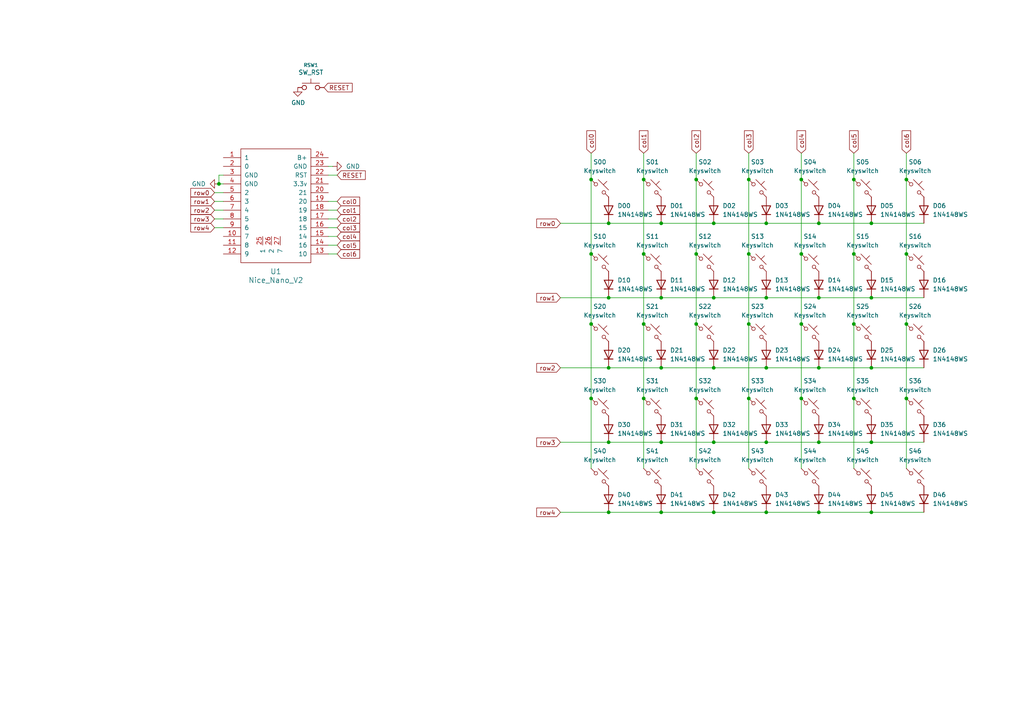
<source format=kicad_sch>
(kicad_sch (version 20231120) (generator "eeschema") (generator_version "8.0")
  (paper "A4")
  (lib_symbols
    (symbol "Diode:1N4148WS" (pin_numbers hide) (pin_names hide)
      (property "Reference" "D" (at 0 2.54 0))
      (property "Value" "1N4148WS" (at 0 -2.54 0))
      (symbol "1N4148WS_0_1"
        (polyline (pts (xy -1.27 1.27) (xy -1.27 -1.27)) (stroke (width 0.254)))
        (polyline (pts (xy 1.27 0) (xy -1.27 0)))
        (polyline (pts (xy 1.27 1.27) (xy 1.27 -1.27) (xy -1.27 0) (xy 1.27 1.27)) (stroke (width 0.254)))
      )
      (symbol "1N4148WS_1_1"
        (pin passive line (at -3.81 0 0) (length 2.54) (name "K") (number "1"))
        (pin passive line (at 3.81 0 180) (length 2.54) (name "A") (number "2"))
      )
    )
    (symbol "Lily58_Pro-rescue:GND-Lily58-cache" (power) (pin_names (offset 0))
      (property "Value" "Lily58-cache:GND" (at 0 -3.81 0))
      (symbol "GND-Lily58-cache_1_1"
        (polyline (pts (xy 0 0) (xy 0 -1.27) (xy 1.27 -1.27) (xy 0 -2.54) (xy -1.27 -1.27) (xy 0 -1.27)))
        (pin power_in line (at 0 0 0) (length 0) hide (name "GND") (number "1"))
      )
    )
    (symbol "Lily58_Pro-rescue:SW_RST-Lily58-cache" (pin_numbers hide) (pin_names (offset 1.016) hide)
      (property "Reference" "RSW" (at 2.54 2.54 0))
      (property "Value" "Lily58-cache:SW_RST" (at 0 -2.54 0))
      (symbol "SW_RST-Lily58-cache_0_1"
        (polyline (pts (xy -2.54 1.27) (xy 2.54 1.27)))
        (polyline (pts (xy 0 2.54) (xy 0 1.27)))
        (pin passive inverted (at -3.81 0 0) (length 2.54) (name "1") (number "1"))
        (pin passive inverted (at 3.81 0 180) (length 2.54) (name "2") (number "2"))
      )
    )
    (symbol "ScottoKeebs:MCU_Nice_Nano_V2" (pin_names (offset 1.016))
      (property "Reference" "U" (at 0 0 0))
      (property "Value" "Nice_Nano_V2" (at 0 -19.05 0))
      (symbol "MCU_Nice_Nano_V2_0_1"
        (rectangle (start -10.16 16.51) (end 10.16 -16.51))
      )
      (symbol "MCU_Nice_Nano_V2_1_1"
        (pin input line (at -15.24 13.97 0) (length 5.08) (name "1") (number "1"))
        (pin input line (at -15.24 -8.89 0) (length 5.08) (name "7") (number "10"))
        (pin input line (at -15.24 -11.43 0) (length 5.08) (name "8") (number "11"))
        (pin input line (at -15.24 -13.97 0) (length 5.08) (name "9") (number "12"))
        (pin input line (at 15.24 -13.97 180) (length 5.08) (name "10") (number "13"))
        (pin input line (at 15.24 -11.43 180) (length 5.08) (name "16") (number "14"))
        (pin input line (at 15.24 -8.89 180) (length 5.08) (name "14") (number "15"))
        (pin input line (at 15.24 -6.35 180) (length 5.08) (name "15") (number "16"))
        (pin input line (at 15.24 -3.81 180) (length 5.08) (name "18") (number "17"))
        (pin input line (at 15.24 -1.27 180) (length 5.08) (name "19") (number "18"))
        (pin input line (at 15.24 1.27 180) (length 5.08) (name "20") (number "19"))
        (pin input line (at -15.24 11.43 0) (length 5.08) (name "0") (number "2"))
        (pin input line (at 15.24 3.81 180) (length 5.08) (name "21") (number "20"))
        (pin input line (at 15.24 6.35 180) (length 5.08) (name "3.3v") (number "21"))
        (pin input line (at 15.24 8.89 180) (length 5.08) (name "RST") (number "22"))
        (pin input line (at 15.24 11.43 180) (length 5.08) (name "GND") (number "23"))
        (pin input line (at 15.24 13.97 180) (length 5.08) (name "B+") (number "24"))
        (pin input line (at -3.81 -8.89 270) (length 2.5) (name "1") (number "25"))
        (pin input line (at -1.27 -8.89 270) (length 2.5) (name "2") (number "26"))
        (pin input line (at 1.27 -8.89 270) (length 2.5) (name "7") (number "27"))
        (pin input line (at -15.24 8.89 0) (length 5.08) (name "GND") (number "3"))
        (pin input line (at -15.24 6.35 0) (length 5.08) (name "GND") (number "4"))
        (pin input line (at -15.24 3.81 0) (length 5.08) (name "2") (number "5"))
        (pin input line (at -15.24 1.27 0) (length 5.08) (name "3") (number "6"))
        (pin input line (at -15.24 -1.27 0) (length 5.08) (name "4") (number "7"))
        (pin input line (at -15.24 -3.81 0) (length 5.08) (name "5") (number "8"))
        (pin input line (at -15.24 -6.35 0) (length 5.08) (name "6") (number "9"))
      )
    )
    (symbol "ScottoKeebs:Placeholder_Keyswitch" (pin_numbers hide) (pin_names (offset 1.016) hide)
      (property "Reference" "S" (at 3.048 1.016 0))
      (property "Value" "Keyswitch" (at 0 -3.81 0))
      (symbol "Placeholder_Keyswitch_0_1"
        (circle (center -1.1684 1.1684) (radius 0.508))
        (polyline (pts (xy -0.508 2.54) (xy 2.54 -0.508)))
        (polyline (pts (xy 1.016 1.016) (xy 2.032 2.032)))
        (polyline (pts (xy -2.54 2.54) (xy -1.524 1.524) (xy -1.524 1.524)))
        (polyline (pts (xy 1.524 -1.524) (xy 2.54 -2.54) (xy 2.54 -2.54) (xy 2.54 -2.54)))
        (circle (center 1.143 -1.1938) (radius 0.508))
        (pin passive line (at -2.54 2.54 0) (length 0) (name "1") (number "1"))
        (pin passive line (at 2.54 -2.54 180) (length 0) (name "2") (number "2"))
      )
    )
    (symbol "power:GND1" (power) (pin_numbers hide) (pin_names (offset 0) hide)
      (property "Value" "GND1" (at 0 -3.81 0))
      (symbol "GND1_0_1"
        (polyline (pts (xy 0 0) (xy 0 -1.27) (xy 1.27 -1.27) (xy 0 -2.54) (xy -1.27 -1.27) (xy 0 -1.27)))
      )
      (symbol "GND1_1_1"
        (pin power_in line (at 0 0 270) (length 0) (name "~") (number "1"))
      )
    )
  )
  (junction (at 222.25 128.27))
  (junction (at 176.53 106.68))
  (junction (at 232.41 115.57))
  (junction (at 262.89 73.66))
  (junction (at 207.01 86.36))
  (junction (at 222.25 86.36))
  (junction (at 232.41 93.98))
  (junction (at 247.65 115.57))
  (junction (at 191.77 64.77))
  (junction (at 252.73 128.27))
  (junction (at 191.77 148.59))
  (junction (at 237.49 106.68))
  (junction (at 232.41 73.66))
  (junction (at 247.65 93.98))
  (junction (at 247.65 73.66))
  (junction (at 176.53 64.77))
  (junction (at 171.45 93.98))
  (junction (at 222.25 148.59))
  (junction (at 171.45 73.66))
  (junction (at 191.77 128.27))
  (junction (at 232.41 52.07))
  (junction (at 207.01 148.59))
  (junction (at 176.53 86.36))
  (junction (at 191.77 86.36))
  (junction (at 217.17 93.98))
  (junction (at 176.53 148.59))
  (junction (at 207.01 128.27))
  (junction (at 237.49 64.77))
  (junction (at 217.17 115.57))
  (junction (at 186.69 73.66))
  (junction (at 262.89 52.07))
  (junction (at 201.93 73.66))
  (junction (at 237.49 86.36))
  (junction (at 247.65 52.07))
  (junction (at 207.01 64.77))
  (junction (at 63.5 53.34))
  (junction (at 222.25 64.77))
  (junction (at 176.53 128.27))
  (junction (at 171.45 115.57))
  (junction (at 252.73 148.59))
  (junction (at 252.73 86.36))
  (junction (at 222.25 106.68))
  (junction (at 217.17 52.07))
  (junction (at 201.93 52.07))
  (junction (at 252.73 106.68))
  (junction (at 252.73 64.77))
  (junction (at 171.45 52.07))
  (junction (at 237.49 148.59))
  (junction (at 217.17 73.66))
  (junction (at 191.77 106.68))
  (junction (at 237.49 128.27))
  (junction (at 186.69 115.57))
  (junction (at 262.89 115.57))
  (junction (at 207.01 106.68))
  (junction (at 262.89 93.98))
  (junction (at 201.93 115.57))
  (junction (at 186.69 93.98))
  (junction (at 186.69 52.07))
  (junction (at 201.93 93.98))
  (wire (pts (xy 247.65 52.07) (xy 247.65 73.66)))
  (wire (pts (xy 262.89 73.66) (xy 262.89 93.98)))
  (wire (pts (xy 252.73 148.59) (xy 267.97 148.59)))
  (wire (pts (xy 97.79 63.5) (xy 95.25 63.5)))
  (wire (pts (xy 247.65 73.66) (xy 247.65 93.98)))
  (wire (pts (xy 186.69 52.07) (xy 186.69 73.66)))
  (wire (pts (xy 62.23 63.5) (xy 64.77 63.5)))
  (wire (pts (xy 252.73 128.27) (xy 267.97 128.27)))
  (wire (pts (xy 207.01 128.27) (xy 222.25 128.27)))
  (wire (pts (xy 232.41 44.45) (xy 232.41 52.07)))
  (wire (pts (xy 222.25 128.27) (xy 237.49 128.27)))
  (wire (pts (xy 201.93 52.07) (xy 201.93 73.66)))
  (wire (pts (xy 171.45 93.98) (xy 171.45 115.57)))
  (wire (pts (xy 191.77 106.68) (xy 207.01 106.68)))
  (wire (pts (xy 217.17 93.98) (xy 217.17 115.57)))
  (wire (pts (xy 171.45 115.57) (xy 171.45 135.89)))
  (wire (pts (xy 247.65 44.45) (xy 247.65 52.07)))
  (wire (pts (xy 186.69 115.57) (xy 186.69 135.89)))
  (wire (pts (xy 201.93 115.57) (xy 201.93 135.89)))
  (wire (pts (xy 232.41 52.07) (xy 232.41 73.66)))
  (wire (pts (xy 232.41 115.57) (xy 232.41 135.89)))
  (wire (pts (xy 162.56 86.36) (xy 176.53 86.36)))
  (wire (pts (xy 63.5 50.8) (xy 64.77 50.8)))
  (wire (pts (xy 262.89 52.07) (xy 262.89 73.66)))
  (wire (pts (xy 171.45 52.07) (xy 171.45 73.66)))
  (wire (pts (xy 62.23 66.04) (xy 64.77 66.04)))
  (wire (pts (xy 222.25 64.77) (xy 237.49 64.77)))
  (wire (pts (xy 96.52 48.26) (xy 95.25 48.26)))
  (wire (pts (xy 201.93 93.98) (xy 201.93 115.57)))
  (wire (pts (xy 207.01 148.59) (xy 222.25 148.59)))
  (wire (pts (xy 171.45 44.45) (xy 171.45 52.07)))
  (wire (pts (xy 62.23 58.42) (xy 64.77 58.42)))
  (wire (pts (xy 262.89 93.98) (xy 262.89 115.57)))
  (wire (pts (xy 97.79 66.04) (xy 95.25 66.04)))
  (wire (pts (xy 262.89 115.57) (xy 262.89 135.89)))
  (wire (pts (xy 252.73 86.36) (xy 267.97 86.36)))
  (wire (pts (xy 252.73 106.68) (xy 267.97 106.68)))
  (wire (pts (xy 232.41 73.66) (xy 232.41 93.98)))
  (wire (pts (xy 186.69 93.98) (xy 186.69 115.57)))
  (wire (pts (xy 222.25 86.36) (xy 237.49 86.36)))
  (wire (pts (xy 201.93 44.45) (xy 201.93 52.07)))
  (wire (pts (xy 97.79 60.96) (xy 95.25 60.96)))
  (wire (pts (xy 63.5 53.34) (xy 64.77 53.34)))
  (wire (pts (xy 176.53 106.68) (xy 191.77 106.68)))
  (wire (pts (xy 232.41 93.98) (xy 232.41 115.57)))
  (wire (pts (xy 222.25 148.59) (xy 237.49 148.59)))
  (wire (pts (xy 262.89 44.45) (xy 262.89 52.07)))
  (wire (pts (xy 222.25 106.68) (xy 237.49 106.68)))
  (wire (pts (xy 191.77 64.77) (xy 207.01 64.77)))
  (wire (pts (xy 62.23 60.96) (xy 64.77 60.96)))
  (wire (pts (xy 191.77 128.27) (xy 207.01 128.27)))
  (wire (pts (xy 176.53 128.27) (xy 191.77 128.27)))
  (wire (pts (xy 162.56 148.59) (xy 176.53 148.59)))
  (wire (pts (xy 162.56 64.77) (xy 176.53 64.77)))
  (wire (pts (xy 63.5 50.8) (xy 63.5 53.34)))
  (wire (pts (xy 237.49 128.27) (xy 252.73 128.27)))
  (wire (pts (xy 207.01 64.77) (xy 222.25 64.77)))
  (wire (pts (xy 171.45 73.66) (xy 171.45 93.98)))
  (wire (pts (xy 97.79 68.58) (xy 95.25 68.58)))
  (wire (pts (xy 162.56 128.27) (xy 176.53 128.27)))
  (wire (pts (xy 207.01 86.36) (xy 222.25 86.36)))
  (wire (pts (xy 176.53 86.36) (xy 191.77 86.36)))
  (wire (pts (xy 191.77 86.36) (xy 207.01 86.36)))
  (wire (pts (xy 186.69 44.45) (xy 186.69 52.07)))
  (wire (pts (xy 62.23 55.88) (xy 64.77 55.88)))
  (wire (pts (xy 201.93 73.66) (xy 201.93 93.98)))
  (wire (pts (xy 252.73 64.77) (xy 267.97 64.77)))
  (wire (pts (xy 217.17 115.57) (xy 217.17 135.89)))
  (wire (pts (xy 186.69 73.66) (xy 186.69 93.98)))
  (wire (pts (xy 217.17 52.07) (xy 217.17 73.66)))
  (wire (pts (xy 217.17 73.66) (xy 217.17 93.98)))
  (wire (pts (xy 176.53 64.77) (xy 191.77 64.77)))
  (wire (pts (xy 237.49 86.36) (xy 252.73 86.36)))
  (wire (pts (xy 237.49 106.68) (xy 252.73 106.68)))
  (wire (pts (xy 97.79 50.8) (xy 95.25 50.8)))
  (wire (pts (xy 191.77 148.59) (xy 207.01 148.59)))
  (wire (pts (xy 247.65 115.57) (xy 247.65 135.89)))
  (wire (pts (xy 97.79 73.66) (xy 95.25 73.66)))
  (wire (pts (xy 97.79 71.12) (xy 95.25 71.12)))
  (wire (pts (xy 237.49 64.77) (xy 252.73 64.77)))
  (wire (pts (xy 217.17 44.45) (xy 217.17 52.07)))
  (wire (pts (xy 207.01 106.68) (xy 222.25 106.68)))
  (wire (pts (xy 237.49 148.59) (xy 252.73 148.59)))
  (wire (pts (xy 97.79 58.42) (xy 95.25 58.42)))
  (wire (pts (xy 162.56 106.68) (xy 176.53 106.68)))
  (wire (pts (xy 176.53 148.59) (xy 191.77 148.59)))
  (wire (pts (xy 247.65 93.98) (xy 247.65 115.57)))
  (global_label "col4" (shape input) (at 97.79 68.58 0) (property "Intersheetrefs" "${INTERSHEET_REFS}" (effects (hide yes))))
  (global_label "col2" (shape input) (at 201.93 44.45 90) (property "Intersheetrefs" "${INTERSHEET_REFS}" (effects (hide yes))))
  (global_label "col5" (shape input) (at 247.65 44.45 90) (property "Intersheetrefs" "${INTERSHEET_REFS}" (effects (hide yes))))
  (global_label "row4" (shape input) (at 62.23 66.04 180) (property "Intersheetrefs" "${INTERSHEET_REFS}" (effects (hide yes))))
  (global_label "col3" (shape input) (at 97.79 66.04 0) (property "Intersheetrefs" "${INTERSHEET_REFS}" (effects (hide yes))))
  (global_label "col2" (shape input) (at 97.79 63.5 0) (property "Intersheetrefs" "${INTERSHEET_REFS}" (effects (hide yes))))
  (global_label "col1" (shape input) (at 97.79 60.96 0) (property "Intersheetrefs" "${INTERSHEET_REFS}" (effects (hide yes))))
  (global_label "row1" (shape input) (at 162.56 86.36 180) (property "Intersheetrefs" "${INTERSHEET_REFS}" (effects (hide yes))))
  (global_label "col0" (shape input) (at 171.45 44.45 90) (property "Intersheetrefs" "${INTERSHEET_REFS}" (effects (hide yes))))
  (global_label "row0" (shape input) (at 62.23 55.88 180) (property "Intersheetrefs" "${INTERSHEET_REFS}" (effects (hide yes))))
  (global_label "col1" (shape input) (at 186.69 44.45 90) (property "Intersheetrefs" "${INTERSHEET_REFS}" (effects (hide yes))))
  (global_label "col6" (shape input) (at 262.89 44.45 90) (property "Intersheetrefs" "${INTERSHEET_REFS}" (effects (hide yes))))
  (global_label "row4" (shape input) (at 162.56 148.59 180) (property "Intersheetrefs" "${INTERSHEET_REFS}" (effects (hide yes))))
  (global_label "col6" (shape input) (at 97.79 73.66 0) (property "Intersheetrefs" "${INTERSHEET_REFS}" (effects (hide yes))))
  (global_label "row3" (shape input) (at 62.23 63.5 180) (property "Intersheetrefs" "${INTERSHEET_REFS}" (effects (hide yes))))
  (global_label "row3" (shape input) (at 162.56 128.27 180) (property "Intersheetrefs" "${INTERSHEET_REFS}" (effects (hide yes))))
  (global_label "row2" (shape input) (at 162.56 106.68 180) (property "Intersheetrefs" "${INTERSHEET_REFS}" (effects (hide yes))))
  (global_label "row0" (shape input) (at 162.56 64.77 180) (property "Intersheetrefs" "${INTERSHEET_REFS}" (effects (hide yes))))
  (global_label "RESET" (shape input) (at 93.98 25.4 0) (property "Intersheetrefs" "${INTERSHEET_REFS}" (effects (hide yes))))
  (global_label "row2" (shape input) (at 62.23 60.96 180) (property "Intersheetrefs" "${INTERSHEET_REFS}" (effects (hide yes))))
  (global_label "col3" (shape input) (at 217.17 44.45 90) (property "Intersheetrefs" "${INTERSHEET_REFS}" (effects (hide yes))))
  (global_label "col4" (shape input) (at 232.41 44.45 90) (property "Intersheetrefs" "${INTERSHEET_REFS}" (effects (hide yes))))
  (global_label "col0" (shape input) (at 97.79 58.42 0) (property "Intersheetrefs" "${INTERSHEET_REFS}" (effects (hide yes))))
  (global_label "col5" (shape input) (at 97.79 71.12 0) (property "Intersheetrefs" "${INTERSHEET_REFS}" (effects (hide yes))))
  (global_label "row1" (shape input) (at 62.23 58.42 180) (property "Intersheetrefs" "${INTERSHEET_REFS}" (effects (hide yes))))
  (global_label "RESET" (shape input) (at 97.79 50.8 0) (property "Intersheetrefs" "${INTERSHEET_REFS}" (effects (hide yes))))
  (symbol (lib_id "Diode:1N4148WS") (at 237.49 60.96 90) (unit 1)
    (property "Reference" "D04" (at 240.03 59.6899 90) (effects (justify right)))
    (property "Value" "1N4148WS" (at 240.03 62.2299 90) (effects (justify right)))
    (property "Footprint" "Diode_SMD:D_SOD-323" (effects (hide yes)))
    (property "Datasheet" "https://www.vishay.com/docs/85751/1n4148ws.pdf" (effects (hide yes)))
    (property "Description" "75V 0.15A Fast switching Diode, SOD-323" (effects (hide yes)))
    (property "Sim.Device" "D" (effects (hide yes)))
    (property "Sim.Pins" "1=K 2=A" (effects (hide yes)))
  )
  (symbol (lib_id "ScottoKeebs:Placeholder_Keyswitch") (at 250.19 54.61 0) (unit 1)
    (property "Reference" "S05" (at 250.19 46.99 0))
    (property "Value" "Keyswitch" (at 250.19 49.53 0))
    (property "Description" "Push button switch, normally open, two pins, 45° tilted" (effects (hide yes)))
  )
  (symbol (lib_id "ScottoKeebs:Placeholder_Keyswitch") (at 204.47 118.11 0) (unit 1)
    (property "Reference" "S32" (at 204.47 110.49 0))
    (property "Value" "Keyswitch" (at 204.47 113.03 0))
    (property "Description" "Push button switch, normally open, two pins, 45° tilted" (effects (hide yes)))
  )
  (symbol (lib_id "Diode:1N4148WS") (at 237.49 144.78 90) (unit 1)
    (property "Reference" "D44" (at 240.03 143.5099 90) (effects (justify right)))
    (property "Value" "1N4148WS" (at 240.03 146.0499 90) (effects (justify right)))
    (property "Footprint" "Diode_SMD:D_SOD-323" (effects (hide yes)))
    (property "Datasheet" "https://www.vishay.com/docs/85751/1n4148ws.pdf" (effects (hide yes)))
    (property "Description" "75V 0.15A Fast switching Diode, SOD-323" (effects (hide yes)))
    (property "Sim.Device" "D" (effects (hide yes)))
    (property "Sim.Pins" "1=K 2=A" (effects (hide yes)))
  )
  (symbol (lib_id "Diode:1N4148WS") (at 176.53 82.55 90) (unit 1)
    (property "Reference" "D10" (at 179.07 81.2799 90) (effects (justify right)))
    (property "Value" "1N4148WS" (at 179.07 83.8199 90) (effects (justify right)))
    (property "Footprint" "Diode_SMD:D_SOD-323" (effects (hide yes)))
    (property "Datasheet" "https://www.vishay.com/docs/85751/1n4148ws.pdf" (effects (hide yes)))
    (property "Description" "75V 0.15A Fast switching Diode, SOD-323" (effects (hide yes)))
    (property "Sim.Device" "D" (effects (hide yes)))
    (property "Sim.Pins" "1=K 2=A" (effects (hide yes)))
  )
  (symbol (lib_id "ScottoKeebs:Placeholder_Keyswitch") (at 173.99 118.11 0) (unit 1)
    (property "Reference" "S30" (at 173.99 110.49 0))
    (property "Value" "Keyswitch" (at 173.99 113.03 0))
    (property "Description" "Push button switch, normally open, two pins, 45° tilted" (effects (hide yes)))
  )
  (symbol (lib_id "Diode:1N4148WS") (at 267.97 82.55 90) (unit 1)
    (property "Reference" "D16" (at 270.51 81.2799 90) (effects (justify right)))
    (property "Value" "1N4148WS" (at 270.51 83.8199 90) (effects (justify right)))
    (property "Footprint" "Diode_SMD:D_SOD-323" (effects (hide yes)))
    (property "Datasheet" "https://www.vishay.com/docs/85751/1n4148ws.pdf" (effects (hide yes)))
    (property "Description" "75V 0.15A Fast switching Diode, SOD-323" (effects (hide yes)))
    (property "Sim.Device" "D" (effects (hide yes)))
    (property "Sim.Pins" "1=K 2=A" (effects (hide yes)))
  )
  (symbol (lib_id "Diode:1N4148WS") (at 237.49 102.87 90) (unit 1)
    (property "Reference" "D24" (at 240.03 101.5999 90) (effects (justify right)))
    (property "Value" "1N4148WS" (at 240.03 104.1399 90) (effects (justify right)))
    (property "Footprint" "Diode_SMD:D_SOD-323" (effects (hide yes)))
    (property "Datasheet" "https://www.vishay.com/docs/85751/1n4148ws.pdf" (effects (hide yes)))
    (property "Description" "75V 0.15A Fast switching Diode, SOD-323" (effects (hide yes)))
    (property "Sim.Device" "D" (effects (hide yes)))
    (property "Sim.Pins" "1=K 2=A" (effects (hide yes)))
  )
  (symbol (lib_id "ScottoKeebs:Placeholder_Keyswitch") (at 234.95 96.52 0) (unit 1)
    (property "Reference" "S24" (at 234.95 88.9 0))
    (property "Value" "Keyswitch" (at 234.95 91.44 0))
    (property "Description" "Push button switch, normally open, two pins, 45° tilted" (effects (hide yes)))
  )
  (symbol (lib_id "Diode:1N4148WS") (at 252.73 60.96 90) (unit 1)
    (property "Reference" "D05" (at 255.27 59.6899 90) (effects (justify right)))
    (property "Value" "1N4148WS" (at 255.27 62.2299 90) (effects (justify right)))
    (property "Footprint" "Diode_SMD:D_SOD-323" (effects (hide yes)))
    (property "Datasheet" "https://www.vishay.com/docs/85751/1n4148ws.pdf" (effects (hide yes)))
    (property "Description" "75V 0.15A Fast switching Diode, SOD-323" (effects (hide yes)))
    (property "Sim.Device" "D" (effects (hide yes)))
    (property "Sim.Pins" "1=K 2=A" (effects (hide yes)))
  )
  (symbol (lib_id "ScottoKeebs:Placeholder_Keyswitch") (at 219.71 138.43 0) (unit 1)
    (property "Reference" "S43" (at 219.71 130.81 0))
    (property "Value" "Keyswitch" (at 219.71 133.35 0))
    (property "Description" "Push button switch, normally open, two pins, 45° tilted" (effects (hide yes)))
  )
  (symbol (lib_id "ScottoKeebs:Placeholder_Keyswitch") (at 204.47 76.2 0) (unit 1)
    (property "Reference" "S12" (at 204.47 68.58 0))
    (property "Value" "Keyswitch" (at 204.47 71.12 0))
    (property "Description" "Push button switch, normally open, two pins, 45° tilted" (effects (hide yes)))
  )
  (symbol (lib_id "Diode:1N4148WS") (at 207.01 144.78 90) (unit 1)
    (property "Reference" "D42" (at 209.55 143.5099 90) (effects (justify right)))
    (property "Value" "1N4148WS" (at 209.55 146.0499 90) (effects (justify right)))
    (property "Footprint" "Diode_SMD:D_SOD-323" (effects (hide yes)))
    (property "Datasheet" "https://www.vishay.com/docs/85751/1n4148ws.pdf" (effects (hide yes)))
    (property "Description" "75V 0.15A Fast switching Diode, SOD-323" (effects (hide yes)))
    (property "Sim.Device" "D" (effects (hide yes)))
    (property "Sim.Pins" "1=K 2=A" (effects (hide yes)))
  )
  (symbol (lib_id "power:GND1") (at 63.5 53.34 270) (unit 1)
    (property "Reference" "#PWR03" (effects (hide yes)))
    (property "Value" "GND" (at 59.69 53.3399 90) (effects (justify right)))
    (property "Description" "Power symbol creates a global label with name \"GND1\" , ground" (effects (hide yes)))
  )
  (symbol (lib_id "Diode:1N4148WS") (at 207.01 82.55 90) (unit 1)
    (property "Reference" "D12" (at 209.55 81.2799 90) (effects (justify right)))
    (property "Value" "1N4148WS" (at 209.55 83.8199 90) (effects (justify right)))
    (property "Footprint" "Diode_SMD:D_SOD-323" (effects (hide yes)))
    (property "Datasheet" "https://www.vishay.com/docs/85751/1n4148ws.pdf" (effects (hide yes)))
    (property "Description" "75V 0.15A Fast switching Diode, SOD-323" (effects (hide yes)))
    (property "Sim.Device" "D" (effects (hide yes)))
    (property "Sim.Pins" "1=K 2=A" (effects (hide yes)))
  )
  (symbol (lib_id "ScottoKeebs:Placeholder_Keyswitch") (at 189.23 118.11 0) (unit 1)
    (property "Reference" "S31" (at 189.23 110.49 0))
    (property "Value" "Keyswitch" (at 189.23 113.03 0))
    (property "Description" "Push button switch, normally open, two pins, 45° tilted" (effects (hide yes)))
  )
  (symbol (lib_id "Diode:1N4148WS") (at 222.25 82.55 90) (unit 1)
    (property "Reference" "D13" (at 224.79 81.2799 90) (effects (justify right)))
    (property "Value" "1N4148WS" (at 224.79 83.8199 90) (effects (justify right)))
    (property "Footprint" "Diode_SMD:D_SOD-323" (effects (hide yes)))
    (property "Datasheet" "https://www.vishay.com/docs/85751/1n4148ws.pdf" (effects (hide yes)))
    (property "Description" "75V 0.15A Fast switching Diode, SOD-323" (effects (hide yes)))
    (property "Sim.Device" "D" (effects (hide yes)))
    (property "Sim.Pins" "1=K 2=A" (effects (hide yes)))
  )
  (symbol (lib_id "ScottoKeebs:Placeholder_Keyswitch") (at 189.23 76.2 0) (unit 1)
    (property "Reference" "S11" (at 189.23 68.58 0))
    (property "Value" "Keyswitch" (at 189.23 71.12 0))
    (property "Description" "Push button switch, normally open, two pins, 45° tilted" (effects (hide yes)))
  )
  (symbol (lib_id "Diode:1N4148WS") (at 222.25 144.78 90) (unit 1)
    (property "Reference" "D43" (at 224.79 143.5099 90) (effects (justify right)))
    (property "Value" "1N4148WS" (at 224.79 146.0499 90) (effects (justify right)))
    (property "Footprint" "Diode_SMD:D_SOD-323" (effects (hide yes)))
    (property "Datasheet" "https://www.vishay.com/docs/85751/1n4148ws.pdf" (effects (hide yes)))
    (property "Description" "75V 0.15A Fast switching Diode, SOD-323" (effects (hide yes)))
    (property "Sim.Device" "D" (effects (hide yes)))
    (property "Sim.Pins" "1=K 2=A" (effects (hide yes)))
  )
  (symbol (lib_id "Diode:1N4148WS") (at 222.25 102.87 90) (unit 1)
    (property "Reference" "D23" (at 224.79 101.5999 90) (effects (justify right)))
    (property "Value" "1N4148WS" (at 224.79 104.1399 90) (effects (justify right)))
    (property "Footprint" "Diode_SMD:D_SOD-323" (effects (hide yes)))
    (property "Datasheet" "https://www.vishay.com/docs/85751/1n4148ws.pdf" (effects (hide yes)))
    (property "Description" "75V 0.15A Fast switching Diode, SOD-323" (effects (hide yes)))
    (property "Sim.Device" "D" (effects (hide yes)))
    (property "Sim.Pins" "1=K 2=A" (effects (hide yes)))
  )
  (symbol (lib_id "Diode:1N4148WS") (at 252.73 82.55 90) (unit 1)
    (property "Reference" "D15" (at 255.27 81.2799 90) (effects (justify right)))
    (property "Value" "1N4148WS" (at 255.27 83.8199 90) (effects (justify right)))
    (property "Footprint" "Diode_SMD:D_SOD-323" (effects (hide yes)))
    (property "Datasheet" "https://www.vishay.com/docs/85751/1n4148ws.pdf" (effects (hide yes)))
    (property "Description" "75V 0.15A Fast switching Diode, SOD-323" (effects (hide yes)))
    (property "Sim.Device" "D" (effects (hide yes)))
    (property "Sim.Pins" "1=K 2=A" (effects (hide yes)))
  )
  (symbol (lib_id "ScottoKeebs:Placeholder_Keyswitch") (at 265.43 138.43 0) (unit 1)
    (property "Reference" "S46" (at 265.43 130.81 0))
    (property "Value" "Keyswitch" (at 265.43 133.35 0))
    (property "Description" "Push button switch, normally open, two pins, 45° tilted" (effects (hide yes)))
  )
  (symbol (lib_id "ScottoKeebs:Placeholder_Keyswitch") (at 204.47 96.52 0) (unit 1)
    (property "Reference" "S22" (at 204.47 88.9 0))
    (property "Value" "Keyswitch" (at 204.47 91.44 0))
    (property "Description" "Push button switch, normally open, two pins, 45° tilted" (effects (hide yes)))
  )
  (symbol (lib_id "Lily58_Pro-rescue:GND-Lily58-cache") (at 86.36 25.4 0) (unit 1)
    (property "Reference" "#PWR04" (effects (hide yes)))
    (property "Value" "GND" (at 86.487 29.7942 0))
  )
  (symbol (lib_id "ScottoKeebs:Placeholder_Keyswitch") (at 189.23 138.43 0) (unit 1)
    (property "Reference" "S41" (at 189.23 130.81 0))
    (property "Value" "Keyswitch" (at 189.23 133.35 0))
    (property "Description" "Push button switch, normally open, two pins, 45° tilted" (effects (hide yes)))
  )
  (symbol (lib_id "ScottoKeebs:Placeholder_Keyswitch") (at 234.95 76.2 0) (unit 1)
    (property "Reference" "S14" (at 234.95 68.58 0))
    (property "Value" "Keyswitch" (at 234.95 71.12 0))
    (property "Description" "Push button switch, normally open, two pins, 45° tilted" (effects (hide yes)))
  )
  (symbol (lib_id "ScottoKeebs:Placeholder_Keyswitch") (at 250.19 118.11 0) (unit 1)
    (property "Reference" "S35" (at 250.19 110.49 0))
    (property "Value" "Keyswitch" (at 250.19 113.03 0))
    (property "Description" "Push button switch, normally open, two pins, 45° tilted" (effects (hide yes)))
  )
  (symbol (lib_id "ScottoKeebs:Placeholder_Keyswitch") (at 250.19 138.43 0) (unit 1)
    (property "Reference" "S45" (at 250.19 130.81 0))
    (property "Value" "Keyswitch" (at 250.19 133.35 0))
    (property "Description" "Push button switch, normally open, two pins, 45° tilted" (effects (hide yes)))
  )
  (symbol (lib_id "ScottoKeebs:Placeholder_Keyswitch") (at 219.71 118.11 0) (unit 1)
    (property "Reference" "S33" (at 219.71 110.49 0))
    (property "Value" "Keyswitch" (at 219.71 113.03 0))
    (property "Description" "Push button switch, normally open, two pins, 45° tilted" (effects (hide yes)))
  )
  (symbol (lib_id "Diode:1N4148WS") (at 267.97 60.96 90) (unit 1)
    (property "Reference" "D06" (at 270.51 59.6899 90) (effects (justify right)))
    (property "Value" "1N4148WS" (at 270.51 62.2299 90) (effects (justify right)))
    (property "Footprint" "Diode_SMD:D_SOD-323" (effects (hide yes)))
    (property "Datasheet" "https://www.vishay.com/docs/85751/1n4148ws.pdf" (effects (hide yes)))
    (property "Description" "75V 0.15A Fast switching Diode, SOD-323" (effects (hide yes)))
    (property "Sim.Device" "D" (effects (hide yes)))
    (property "Sim.Pins" "1=K 2=A" (effects (hide yes)))
  )
  (symbol (lib_id "ScottoKeebs:Placeholder_Keyswitch") (at 173.99 138.43 0) (unit 1)
    (property "Reference" "S40" (at 173.99 130.81 0))
    (property "Value" "Keyswitch" (at 173.99 133.35 0))
    (property "Description" "Push button switch, normally open, two pins, 45° tilted" (effects (hide yes)))
  )
  (symbol (lib_id "Diode:1N4148WS") (at 207.01 102.87 90) (unit 1)
    (property "Reference" "D22" (at 209.55 101.5999 90) (effects (justify right)))
    (property "Value" "1N4148WS" (at 209.55 104.1399 90) (effects (justify right)))
    (property "Footprint" "Diode_SMD:D_SOD-323" (effects (hide yes)))
    (property "Datasheet" "https://www.vishay.com/docs/85751/1n4148ws.pdf" (effects (hide yes)))
    (property "Description" "75V 0.15A Fast switching Diode, SOD-323" (effects (hide yes)))
    (property "Sim.Device" "D" (effects (hide yes)))
    (property "Sim.Pins" "1=K 2=A" (effects (hide yes)))
  )
  (symbol (lib_id "Diode:1N4148WS") (at 176.53 102.87 90) (unit 1)
    (property "Reference" "D20" (at 179.07 101.5999 90) (effects (justify right)))
    (property "Value" "1N4148WS" (at 179.07 104.1399 90) (effects (justify right)))
    (property "Footprint" "Diode_SMD:D_SOD-323" (effects (hide yes)))
    (property "Datasheet" "https://www.vishay.com/docs/85751/1n4148ws.pdf" (effects (hide yes)))
    (property "Description" "75V 0.15A Fast switching Diode, SOD-323" (effects (hide yes)))
    (property "Sim.Device" "D" (effects (hide yes)))
    (property "Sim.Pins" "1=K 2=A" (effects (hide yes)))
  )
  (symbol (lib_id "ScottoKeebs:Placeholder_Keyswitch") (at 234.95 118.11 0) (unit 1)
    (property "Reference" "S34" (at 234.95 110.49 0))
    (property "Value" "Keyswitch" (at 234.95 113.03 0))
    (property "Description" "Push button switch, normally open, two pins, 45° tilted" (effects (hide yes)))
  )
  (symbol (lib_id "Diode:1N4148WS") (at 207.01 124.46 90) (unit 1)
    (property "Reference" "D32" (at 209.55 123.1899 90) (effects (justify right)))
    (property "Value" "1N4148WS" (at 209.55 125.7299 90) (effects (justify right)))
    (property "Footprint" "Diode_SMD:D_SOD-323" (effects (hide yes)))
    (property "Datasheet" "https://www.vishay.com/docs/85751/1n4148ws.pdf" (effects (hide yes)))
    (property "Description" "75V 0.15A Fast switching Diode, SOD-323" (effects (hide yes)))
    (property "Sim.Device" "D" (effects (hide yes)))
    (property "Sim.Pins" "1=K 2=A" (effects (hide yes)))
  )
  (symbol (lib_id "ScottoKeebs:Placeholder_Keyswitch") (at 265.43 76.2 0) (unit 1)
    (property "Reference" "S16" (at 265.43 68.58 0))
    (property "Value" "Keyswitch" (at 265.43 71.12 0))
    (property "Description" "Push button switch, normally open, two pins, 45° tilted" (effects (hide yes)))
  )
  (symbol (lib_id "Diode:1N4148WS") (at 252.73 102.87 90) (unit 1)
    (property "Reference" "D25" (at 255.27 101.5999 90) (effects (justify right)))
    (property "Value" "1N4148WS" (at 255.27 104.1399 90) (effects (justify right)))
    (property "Footprint" "Diode_SMD:D_SOD-323" (effects (hide yes)))
    (property "Datasheet" "https://www.vishay.com/docs/85751/1n4148ws.pdf" (effects (hide yes)))
    (property "Description" "75V 0.15A Fast switching Diode, SOD-323" (effects (hide yes)))
    (property "Sim.Device" "D" (effects (hide yes)))
    (property "Sim.Pins" "1=K 2=A" (effects (hide yes)))
  )
  (symbol (lib_id "ScottoKeebs:Placeholder_Keyswitch") (at 234.95 138.43 0) (unit 1)
    (property "Reference" "S44" (at 234.95 130.81 0))
    (property "Value" "Keyswitch" (at 234.95 133.35 0))
    (property "Description" "Push button switch, normally open, two pins, 45° tilted" (effects (hide yes)))
  )
  (symbol (lib_id "Diode:1N4148WS") (at 191.77 124.46 90) (unit 1)
    (property "Reference" "D31" (at 194.31 123.1899 90) (effects (justify right)))
    (property "Value" "1N4148WS" (at 194.31 125.7299 90) (effects (justify right)))
    (property "Footprint" "Diode_SMD:D_SOD-323" (effects (hide yes)))
    (property "Datasheet" "https://www.vishay.com/docs/85751/1n4148ws.pdf" (effects (hide yes)))
    (property "Description" "75V 0.15A Fast switching Diode, SOD-323" (effects (hide yes)))
    (property "Sim.Device" "D" (effects (hide yes)))
    (property "Sim.Pins" "1=K 2=A" (effects (hide yes)))
  )
  (symbol (lib_id "ScottoKeebs:Placeholder_Keyswitch") (at 265.43 118.11 0) (unit 1)
    (property "Reference" "S36" (at 265.43 110.49 0))
    (property "Value" "Keyswitch" (at 265.43 113.03 0))
    (property "Description" "Push button switch, normally open, two pins, 45° tilted" (effects (hide yes)))
  )
  (symbol (lib_id "ScottoKeebs:Placeholder_Keyswitch") (at 265.43 96.52 0) (unit 1)
    (property "Reference" "S26" (at 265.43 88.9 0))
    (property "Value" "Keyswitch" (at 265.43 91.44 0))
    (property "Description" "Push button switch, normally open, two pins, 45° tilted" (effects (hide yes)))
  )
  (symbol (lib_id "ScottoKeebs:Placeholder_Keyswitch") (at 250.19 96.52 0) (unit 1)
    (property "Reference" "S25" (at 250.19 88.9 0))
    (property "Value" "Keyswitch" (at 250.19 91.44 0))
    (property "Description" "Push button switch, normally open, two pins, 45° tilted" (effects (hide yes)))
  )
  (symbol (lib_id "ScottoKeebs:Placeholder_Keyswitch") (at 173.99 96.52 0) (unit 1)
    (property "Reference" "S20" (at 173.99 88.9 0))
    (property "Value" "Keyswitch" (at 173.99 91.44 0))
    (property "Description" "Push button switch, normally open, two pins, 45° tilted" (effects (hide yes)))
  )
  (symbol (lib_id "Diode:1N4148WS") (at 267.97 124.46 90) (unit 1)
    (property "Reference" "D36" (at 270.51 123.1899 90) (effects (justify right)))
    (property "Value" "1N4148WS" (at 270.51 125.7299 90) (effects (justify right)))
    (property "Footprint" "Diode_SMD:D_SOD-323" (effects (hide yes)))
    (property "Datasheet" "https://www.vishay.com/docs/85751/1n4148ws.pdf" (effects (hide yes)))
    (property "Description" "75V 0.15A Fast switching Diode, SOD-323" (effects (hide yes)))
    (property "Sim.Device" "D" (effects (hide yes)))
    (property "Sim.Pins" "1=K 2=A" (effects (hide yes)))
  )
  (symbol (lib_id "Diode:1N4148WS") (at 222.25 124.46 90) (unit 1)
    (property "Reference" "D33" (at 224.79 123.1899 90) (effects (justify right)))
    (property "Value" "1N4148WS" (at 224.79 125.7299 90) (effects (justify right)))
    (property "Footprint" "Diode_SMD:D_SOD-323" (effects (hide yes)))
    (property "Datasheet" "https://www.vishay.com/docs/85751/1n4148ws.pdf" (effects (hide yes)))
    (property "Description" "75V 0.15A Fast switching Diode, SOD-323" (effects (hide yes)))
    (property "Sim.Device" "D" (effects (hide yes)))
    (property "Sim.Pins" "1=K 2=A" (effects (hide yes)))
  )
  (symbol (lib_id "ScottoKeebs:MCU_Nice_Nano_V2") (at 80.01 59.69 0) (unit 1)
    (property "Reference" "U1" (at 80.01 78.74 0) (effects (font (size 1.524 1.524))))
    (property "Value" "Nice_Nano_V2" (at 80.01 81.28 0) (effects (font (size 1.524 1.524))))
    (property "Footprint" "ScottoKeebs_MCU:Nice_Nano_V2" (effects (hide yes)))
  )
  (symbol (lib_id "Diode:1N4148WS") (at 191.77 60.96 90) (unit 1)
    (property "Reference" "D01" (at 194.31 59.6899 90) (effects (justify right)))
    (property "Value" "1N4148WS" (at 194.31 62.2299 90) (effects (justify right)))
    (property "Footprint" "Diode_SMD:D_SOD-323" (effects (hide yes)))
    (property "Datasheet" "https://www.vishay.com/docs/85751/1n4148ws.pdf" (effects (hide yes)))
    (property "Description" "75V 0.15A Fast switching Diode, SOD-323" (effects (hide yes)))
    (property "Sim.Device" "D" (effects (hide yes)))
    (property "Sim.Pins" "1=K 2=A" (effects (hide yes)))
  )
  (symbol (lib_id "ScottoKeebs:Placeholder_Keyswitch") (at 173.99 54.61 0) (unit 1)
    (property "Reference" "S00" (at 173.99 46.99 0))
    (property "Value" "Keyswitch" (at 173.99 49.53 0))
    (property "Description" "Push button switch, normally open, two pins, 45° tilted" (effects (hide yes)))
  )
  (symbol (lib_id "Diode:1N4148WS") (at 176.53 60.96 90) (unit 1)
    (property "Reference" "D00" (at 179.07 59.6899 90) (effects (justify right)))
    (property "Value" "1N4148WS" (at 179.07 62.2299 90) (effects (justify right)))
    (property "Footprint" "Diode_SMD:D_SOD-323" (effects (hide yes)))
    (property "Datasheet" "https://www.vishay.com/docs/85751/1n4148ws.pdf" (effects (hide yes)))
    (property "Description" "75V 0.15A Fast switching Diode, SOD-323" (effects (hide yes)))
    (property "Sim.Device" "D" (effects (hide yes)))
    (property "Sim.Pins" "1=K 2=A" (effects (hide yes)))
  )
  (symbol (lib_id "ScottoKeebs:Placeholder_Keyswitch") (at 204.47 54.61 0) (unit 1)
    (property "Reference" "S02" (at 204.47 46.99 0))
    (property "Value" "Keyswitch" (at 204.47 49.53 0))
    (property "Description" "Push button switch, normally open, two pins, 45° tilted" (effects (hide yes)))
  )
  (symbol (lib_id "Lily58_Pro-rescue:SW_RST-Lily58-cache") (at 90.17 25.4 0) (unit 1)
    (property "Reference" "RSW1" (at 90.17 18.8976 0) (effects (font (size 1.016 1.016))))
    (property "Value" "SW_RST" (at 90.17 21.0058 0))
    (property "Footprint" "Lily58-footprint:TACT_SWITCH_TVBP06" (effects (hide yes)))
  )
  (symbol (lib_id "ScottoKeebs:Placeholder_Keyswitch") (at 189.23 54.61 0) (unit 1)
    (property "Reference" "S01" (at 189.23 46.99 0))
    (property "Value" "Keyswitch" (at 189.23 49.53 0))
    (property "Description" "Push button switch, normally open, two pins, 45° tilted" (effects (hide yes)))
  )
  (symbol (lib_id "ScottoKeebs:Placeholder_Keyswitch") (at 173.99 76.2 0) (unit 1)
    (property "Reference" "S10" (at 173.99 68.58 0))
    (property "Value" "Keyswitch" (at 173.99 71.12 0))
    (property "Description" "Push button switch, normally open, two pins, 45° tilted" (effects (hide yes)))
  )
  (symbol (lib_id "ScottoKeebs:Placeholder_Keyswitch") (at 189.23 96.52 0) (unit 1)
    (property "Reference" "S21" (at 189.23 88.9 0))
    (property "Value" "Keyswitch" (at 189.23 91.44 0))
    (property "Description" "Push button switch, normally open, two pins, 45° tilted" (effects (hide yes)))
  )
  (symbol (lib_id "ScottoKeebs:Placeholder_Keyswitch") (at 219.71 54.61 0) (unit 1)
    (property "Reference" "S03" (at 219.71 46.99 0))
    (property "Value" "Keyswitch" (at 219.71 49.53 0))
    (property "Description" "Push button switch, normally open, two pins, 45° tilted" (effects (hide yes)))
  )
  (symbol (lib_id "Diode:1N4148WS") (at 191.77 102.87 90) (unit 1)
    (property "Reference" "D21" (at 194.31 101.5999 90) (effects (justify right)))
    (property "Value" "1N4148WS" (at 194.31 104.1399 90) (effects (justify right)))
    (property "Footprint" "Diode_SMD:D_SOD-323" (effects (hide yes)))
    (property "Datasheet" "https://www.vishay.com/docs/85751/1n4148ws.pdf" (effects (hide yes)))
    (property "Description" "75V 0.15A Fast switching Diode, SOD-323" (effects (hide yes)))
    (property "Sim.Device" "D" (effects (hide yes)))
    (property "Sim.Pins" "1=K 2=A" (effects (hide yes)))
  )
  (symbol (lib_id "Diode:1N4148WS") (at 252.73 144.78 90) (unit 1)
    (property "Reference" "D45" (at 255.27 143.5099 90) (effects (justify right)))
    (property "Value" "1N4148WS" (at 255.27 146.0499 90) (effects (justify right)))
    (property "Footprint" "Diode_SMD:D_SOD-323" (effects (hide yes)))
    (property "Datasheet" "https://www.vishay.com/docs/85751/1n4148ws.pdf" (effects (hide yes)))
    (property "Description" "75V 0.15A Fast switching Diode, SOD-323" (effects (hide yes)))
    (property "Sim.Device" "D" (effects (hide yes)))
    (property "Sim.Pins" "1=K 2=A" (effects (hide yes)))
  )
  (symbol (lib_id "ScottoKeebs:Placeholder_Keyswitch") (at 204.47 138.43 0) (unit 1)
    (property "Reference" "S42" (at 204.47 130.81 0))
    (property "Value" "Keyswitch" (at 204.47 133.35 0))
    (property "Description" "Push button switch, normally open, two pins, 45° tilted" (effects (hide yes)))
  )
  (symbol (lib_id "Diode:1N4148WS") (at 237.49 124.46 90) (unit 1)
    (property "Reference" "D34" (at 240.03 123.1899 90) (effects (justify right)))
    (property "Value" "1N4148WS" (at 240.03 125.7299 90) (effects (justify right)))
    (property "Footprint" "Diode_SMD:D_SOD-323" (effects (hide yes)))
    (property "Datasheet" "https://www.vishay.com/docs/85751/1n4148ws.pdf" (effects (hide yes)))
    (property "Description" "75V 0.15A Fast switching Diode, SOD-323" (effects (hide yes)))
    (property "Sim.Device" "D" (effects (hide yes)))
    (property "Sim.Pins" "1=K 2=A" (effects (hide yes)))
  )
  (symbol (lib_id "ScottoKeebs:Placeholder_Keyswitch") (at 219.71 96.52 0) (unit 1)
    (property "Reference" "S23" (at 219.71 88.9 0))
    (property "Value" "Keyswitch" (at 219.71 91.44 0))
    (property "Description" "Push button switch, normally open, two pins, 45° tilted" (effects (hide yes)))
  )
  (symbol (lib_id "Diode:1N4148WS") (at 252.73 124.46 90) (unit 1)
    (property "Reference" "D35" (at 255.27 123.1899 90) (effects (justify right)))
    (property "Value" "1N4148WS" (at 255.27 125.7299 90) (effects (justify right)))
    (property "Footprint" "Diode_SMD:D_SOD-323" (effects (hide yes)))
    (property "Datasheet" "https://www.vishay.com/docs/85751/1n4148ws.pdf" (effects (hide yes)))
    (property "Description" "75V 0.15A Fast switching Diode, SOD-323" (effects (hide yes)))
    (property "Sim.Device" "D" (effects (hide yes)))
    (property "Sim.Pins" "1=K 2=A" (effects (hide yes)))
  )
  (symbol (lib_id "ScottoKeebs:Placeholder_Keyswitch") (at 219.71 76.2 0) (unit 1)
    (property "Reference" "S13" (at 219.71 68.58 0))
    (property "Value" "Keyswitch" (at 219.71 71.12 0))
    (property "Description" "Push button switch, normally open, two pins, 45° tilted" (effects (hide yes)))
  )
  (symbol (lib_id "Diode:1N4148WS") (at 176.53 124.46 90) (unit 1)
    (property "Reference" "D30" (at 179.07 123.1899 90) (effects (justify right)))
    (property "Value" "1N4148WS" (at 179.07 125.7299 90) (effects (justify right)))
    (property "Footprint" "Diode_SMD:D_SOD-323" (effects (hide yes)))
    (property "Datasheet" "https://www.vishay.com/docs/85751/1n4148ws.pdf" (effects (hide yes)))
    (property "Description" "75V 0.15A Fast switching Diode, SOD-323" (effects (hide yes)))
    (property "Sim.Device" "D" (effects (hide yes)))
    (property "Sim.Pins" "1=K 2=A" (effects (hide yes)))
  )
  (symbol (lib_id "Diode:1N4148WS") (at 237.49 82.55 90) (unit 1)
    (property "Reference" "D14" (at 240.03 81.2799 90) (effects (justify right)))
    (property "Value" "1N4148WS" (at 240.03 83.8199 90) (effects (justify right)))
    (property "Footprint" "Diode_SMD:D_SOD-323" (effects (hide yes)))
    (property "Datasheet" "https://www.vishay.com/docs/85751/1n4148ws.pdf" (effects (hide yes)))
    (property "Description" "75V 0.15A Fast switching Diode, SOD-323" (effects (hide yes)))
    (property "Sim.Device" "D" (effects (hide yes)))
    (property "Sim.Pins" "1=K 2=A" (effects (hide yes)))
  )
  (symbol (lib_id "Diode:1N4148WS") (at 267.97 144.78 90) (unit 1)
    (property "Reference" "D46" (at 270.51 143.5099 90) (effects (justify right)))
    (property "Value" "1N4148WS" (at 270.51 146.0499 90) (effects (justify right)))
    (property "Footprint" "Diode_SMD:D_SOD-323" (effects (hide yes)))
    (property "Datasheet" "https://www.vishay.com/docs/85751/1n4148ws.pdf" (effects (hide yes)))
    (property "Description" "75V 0.15A Fast switching Diode, SOD-323" (effects (hide yes)))
    (property "Sim.Device" "D" (effects (hide yes)))
    (property "Sim.Pins" "1=K 2=A" (effects (hide yes)))
  )
  (symbol (lib_id "Diode:1N4148WS") (at 191.77 144.78 90) (unit 1)
    (property "Reference" "D41" (at 194.31 143.5099 90) (effects (justify right)))
    (property "Value" "1N4148WS" (at 194.31 146.0499 90) (effects (justify right)))
    (property "Footprint" "Diode_SMD:D_SOD-323" (effects (hide yes)))
    (property "Datasheet" "https://www.vishay.com/docs/85751/1n4148ws.pdf" (effects (hide yes)))
    (property "Description" "75V 0.15A Fast switching Diode, SOD-323" (effects (hide yes)))
    (property "Sim.Device" "D" (effects (hide yes)))
    (property "Sim.Pins" "1=K 2=A" (effects (hide yes)))
  )
  (symbol (lib_id "ScottoKeebs:Placeholder_Keyswitch") (at 265.43 54.61 0) (unit 1)
    (property "Reference" "S06" (at 265.43 46.99 0))
    (property "Value" "Keyswitch" (at 265.43 49.53 0))
    (property "Description" "Push button switch, normally open, two pins, 45° tilted" (effects (hide yes)))
  )
  (symbol (lib_id "Diode:1N4148WS") (at 176.53 144.78 90) (unit 1)
    (property "Reference" "D40" (at 179.07 143.5099 90) (effects (justify right)))
    (property "Value" "1N4148WS" (at 179.07 146.0499 90) (effects (justify right)))
    (property "Footprint" "Diode_SMD:D_SOD-323" (effects (hide yes)))
    (property "Datasheet" "https://www.vishay.com/docs/85751/1n4148ws.pdf" (effects (hide yes)))
    (property "Description" "75V 0.15A Fast switching Diode, SOD-323" (effects (hide yes)))
    (property "Sim.Device" "D" (effects (hide yes)))
    (property "Sim.Pins" "1=K 2=A" (effects (hide yes)))
  )
  (symbol (lib_id "Diode:1N4148WS") (at 207.01 60.96 90) (unit 1)
    (property "Reference" "D02" (at 209.55 59.6899 90) (effects (justify right)))
    (property "Value" "1N4148WS" (at 209.55 62.2299 90) (effects (justify right)))
    (property "Footprint" "Diode_SMD:D_SOD-323" (effects (hide yes)))
    (property "Datasheet" "https://www.vishay.com/docs/85751/1n4148ws.pdf" (effects (hide yes)))
    (property "Description" "75V 0.15A Fast switching Diode, SOD-323" (effects (hide yes)))
    (property "Sim.Device" "D" (effects (hide yes)))
    (property "Sim.Pins" "1=K 2=A" (effects (hide yes)))
  )
  (symbol (lib_id "ScottoKeebs:Placeholder_Keyswitch") (at 250.19 76.2 0) (unit 1)
    (property "Reference" "S15" (at 250.19 68.58 0))
    (property "Value" "Keyswitch" (at 250.19 71.12 0))
    (property "Description" "Push button switch, normally open, two pins, 45° tilted" (effects (hide yes)))
  )
  (symbol (lib_id "Diode:1N4148WS") (at 191.77 82.55 90) (unit 1)
    (property "Reference" "D11" (at 194.31 81.2799 90) (effects (justify right)))
    (property "Value" "1N4148WS" (at 194.31 83.8199 90) (effects (justify right)))
    (property "Footprint" "Diode_SMD:D_SOD-323" (effects (hide yes)))
    (property "Datasheet" "https://www.vishay.com/docs/85751/1n4148ws.pdf" (effects (hide yes)))
    (property "Description" "75V 0.15A Fast switching Diode, SOD-323" (effects (hide yes)))
    (property "Sim.Device" "D" (effects (hide yes)))
    (property "Sim.Pins" "1=K 2=A" (effects (hide yes)))
  )
  (symbol (lib_id "ScottoKeebs:Placeholder_Keyswitch") (at 234.95 54.61 0) (unit 1)
    (property "Reference" "S04" (at 234.95 46.99 0))
    (property "Value" "Keyswitch" (at 234.95 49.53 0))
    (property "Description" "Push button switch, normally open, two pins, 45° tilted" (effects (hide yes)))
  )
  (symbol (lib_id "Diode:1N4148WS") (at 267.97 102.87 90) (unit 1)
    (property "Reference" "D26" (at 270.51 101.5999 90) (effects (justify right)))
    (property "Value" "1N4148WS" (at 270.51 104.1399 90) (effects (justify right)))
    (property "Footprint" "Diode_SMD:D_SOD-323" (effects (hide yes)))
    (property "Datasheet" "https://www.vishay.com/docs/85751/1n4148ws.pdf" (effects (hide yes)))
    (property "Description" "75V 0.15A Fast switching Diode, SOD-323" (effects (hide yes)))
    (property "Sim.Device" "D" (effects (hide yes)))
    (property "Sim.Pins" "1=K 2=A" (effects (hide yes)))
  )
  (symbol (lib_id "Diode:1N4148WS") (at 222.25 60.96 90) (unit 1)
    (property "Reference" "D03" (at 224.79 59.6899 90) (effects (justify right)))
    (property "Value" "1N4148WS" (at 224.79 62.2299 90) (effects (justify right)))
    (property "Footprint" "Diode_SMD:D_SOD-323" (effects (hide yes)))
    (property "Datasheet" "https://www.vishay.com/docs/85751/1n4148ws.pdf" (effects (hide yes)))
    (property "Description" "75V 0.15A Fast switching Diode, SOD-323" (effects (hide yes)))
    (property "Sim.Device" "D" (effects (hide yes)))
    (property "Sim.Pins" "1=K 2=A" (effects (hide yes)))
  )
  (symbol (lib_id "power:GND1") (at 96.52 48.26 90) (unit 1)
    (property "Reference" "#PWR01" (effects (hide yes)))
    (property "Value" "GND" (at 100.33 48.2599 90) (effects (justify right)))
    (property "Description" "Power symbol creates a global label with name \"GND1\" , ground" (effects (hide yes)))
  )
)
</source>
